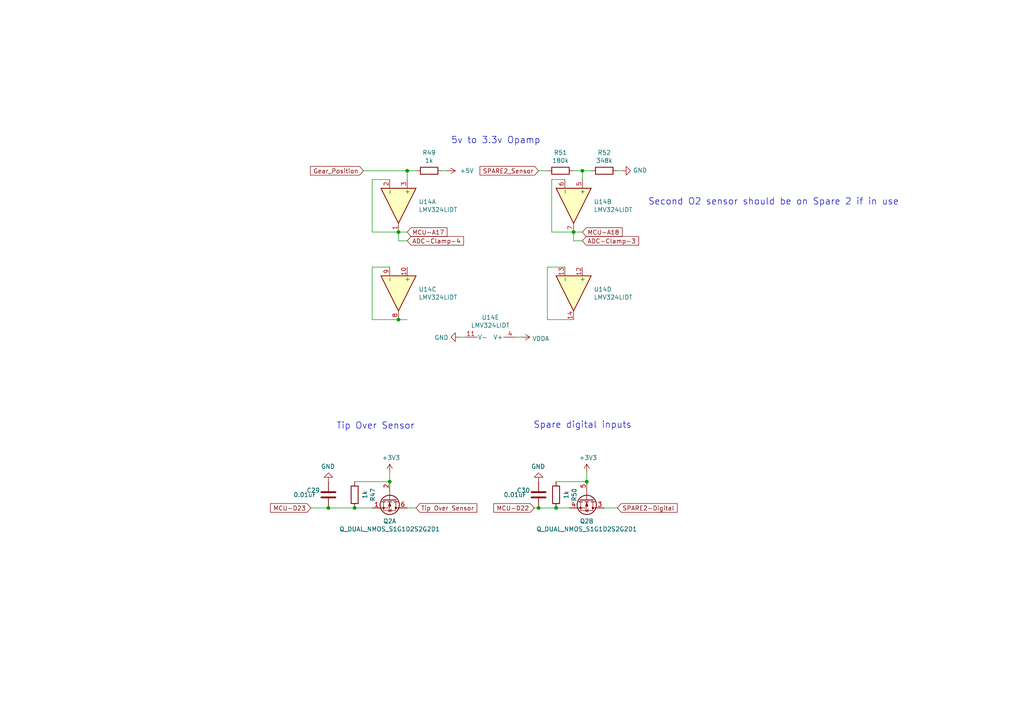
<source format=kicad_sch>
(kicad_sch (version 20250114) (generator "eeschema") (generator_version "9.0")
  (paper "A4")
  (lib_symbols
    (symbol "Amplifier_Operational:LMV324" (pin_names (offset 0.127))
      (property "Reference" "U" (at 0 5.08 0))
      (property "Value" "LMV324" (at 0 -5.08 0))
      (symbol "LMV324_1_1"
        (polyline (pts (xy -5.08 5.08) (xy 5.08 0) (xy -5.08 -5.08) (xy -5.08 5.08)) (stroke (width 0.254)) (fill (type background)))
        (pin input line (at -7.62 2.54 0) (length 2.54) (name "+") (number "3"))
        (pin input line (at -7.62 -2.54 0) (length 2.54) (name "-") (number "2"))
        (pin output line (at 7.62 0 180) (length 2.54) (name "~") (number "1"))
      )
      (symbol "LMV324_2_1"
        (polyline (pts (xy -5.08 5.08) (xy 5.08 0) (xy -5.08 -5.08) (xy -5.08 5.08)) (stroke (width 0.254)) (fill (type background)))
        (pin input line (at -7.62 2.54 0) (length 2.54) (name "+") (number "5"))
        (pin input line (at -7.62 -2.54 0) (length 2.54) (name "-") (number "6"))
        (pin output line (at 7.62 0 180) (length 2.54) (name "~") (number "7"))
      )
      (symbol "LMV324_3_1"
        (polyline (pts (xy -5.08 5.08) (xy 5.08 0) (xy -5.08 -5.08) (xy -5.08 5.08)) (stroke (width 0.254)) (fill (type background)))
        (pin input line (at -7.62 2.54 0) (length 2.54) (name "+") (number "10"))
        (pin input line (at -7.62 -2.54 0) (length 2.54) (name "-") (number "9"))
        (pin output line (at 7.62 0 180) (length 2.54) (name "~") (number "8"))
      )
      (symbol "LMV324_4_1"
        (polyline (pts (xy -5.08 5.08) (xy 5.08 0) (xy -5.08 -5.08) (xy -5.08 5.08)) (stroke (width 0.254)) (fill (type background)))
        (pin input line (at -7.62 2.54 0) (length 2.54) (name "+") (number "12"))
        (pin input line (at -7.62 -2.54 0) (length 2.54) (name "-") (number "13"))
        (pin output line (at 7.62 0 180) (length 2.54) (name "~") (number "14"))
      )
      (symbol "LMV324_5_1"
        (pin power_in line (at -2.54 7.62 270) (length 3.81) (name "V+") (number "4"))
        (pin power_in line (at -2.54 -7.62 90) (length 3.81) (name "V-") (number "11"))
      )
    )
    (symbol "Device:C" (pin_numbers (hide yes)) (pin_names (offset 0.254))
      (property "Reference" "C" (at 0.635 2.54 0))
      (property "Value" "C" (at 0.635 -2.54 0))
      (symbol "C_0_1"
        (polyline (pts (xy -2.032 0.762) (xy 2.032 0.762)) (stroke (width 0.508)))
        (polyline (pts (xy -2.032 -0.762) (xy 2.032 -0.762)) (stroke (width 0.508)))
      )
      (symbol "C_1_1"
        (pin passive line (at 0 3.81 270) (length 2.794) (name "~") (number "1"))
        (pin passive line (at 0 -3.81 90) (length 2.794) (name "~") (number "2"))
      )
    )
    (symbol "Device:Q_DUAL_NMOS_S1G1D2S2G2D1" (pin_names (offset 0) (hide yes))
      (property "Reference" "Q" (at 6.35 1.27 0))
      (property "Value" "Device_Q_DUAL_NMOS_S1G1D2S2G2D1" (at 19.05 -1.27 0))
      (symbol "Q_DUAL_NMOS_S1G1D2S2G2D1_0_1"
        (polyline (pts (xy 0.254 1.905) (xy 0.254 -1.905)) (stroke (width 0.254)))
        (polyline (pts (xy 0.254 0) (xy -2.54 0)))
        (polyline (pts (xy 0.762 2.286) (xy 0.762 1.27)) (stroke (width 0.254)))
        (polyline (pts (xy 0.762 0.508) (xy 0.762 -0.508)) (stroke (width 0.254)))
        (polyline (pts (xy 0.762 -1.27) (xy 0.762 -2.286)) (stroke (width 0.254)))
        (polyline (pts (xy 0.762 -1.778) (xy 3.302 -1.778) (xy 3.302 1.778) (xy 0.762 1.778)))
        (polyline (pts (xy 1.016 0) (xy 2.032 0.381) (xy 2.032 -0.381) (xy 1.016 0)) (fill (type outline)))
        (circle (center 1.651 0) (radius 2.794) (stroke (width 0.254)))
        (polyline (pts (xy 2.54 2.54) (xy 2.54 1.778)))
        (circle (center 2.54 1.778) (radius 0.254) (fill (type outline)))
        (circle (center 2.54 -1.778) (radius 0.254) (fill (type outline)))
        (polyline (pts (xy 2.54 -2.54) (xy 2.54 0) (xy 0.762 0)))
        (polyline (pts (xy 2.794 0.508) (xy 2.921 0.381) (xy 3.683 0.381) (xy 3.81 0.254)))
        (polyline (pts (xy 3.302 0.381) (xy 2.921 -0.254) (xy 3.683 -0.254) (xy 3.302 0.381)))
      )
      (symbol "Q_DUAL_NMOS_S1G1D2S2G2D1_1_1"
        (pin input line (at -5.08 0 0) (length 2.54) (name "G") (number "2"))
        (pin passive line (at 2.54 5.08 270) (length 2.54) (name "D") (number "6"))
        (pin passive line (at 2.54 -5.08 90) (length 2.54) (name "S") (number "1"))
      )
      (symbol "Q_DUAL_NMOS_S1G1D2S2G2D1_2_1"
        (pin input line (at -5.08 0 0) (length 2.54) (name "G") (number "5"))
        (pin passive line (at 2.54 5.08 270) (length 2.54) (name "D") (number "3"))
        (pin passive line (at 2.54 -5.08 90) (length 2.54) (name "S") (number "4"))
      )
    )
    (symbol "Device:R" (pin_numbers (hide yes)) (pin_names (offset 0))
      (property "Reference" "R" (at 2.032 0 90))
      (property "Value" "R" (at 0 0 90))
      (symbol "R_0_1"
        (rectangle (start -1.016 -2.54) (end 1.016 2.54) (stroke (width 0.254)))
      )
      (symbol "R_1_1"
        (pin passive line (at 0 3.81 270) (length 1.27) (name "~") (number "1"))
        (pin passive line (at 0 -3.81 90) (length 1.27) (name "~") (number "2"))
      )
    )
    (symbol "power:+3V3" (power) (pin_names (offset 0))
      (property "Value" "+3V3" (at 0 3.556 0))
      (symbol "+3V3_0_1"
        (polyline (pts (xy -0.762 1.27) (xy 0 2.54)))
        (polyline (pts (xy 0 2.54) (xy 0.762 1.27)))
        (polyline (pts (xy 0 0) (xy 0 2.54)))
      )
      (symbol "+3V3_1_1"
        (pin power_in line (at 0 0 90) (length 0) (hide yes) (name "+3V3") (number "1"))
      )
    )
    (symbol "power:+5V" (power) (pin_numbers (hide yes)) (pin_names (offset 0) (hide yes))
      (property "Value" "+5V" (at 0 3.556 0))
      (symbol "+5V_0_1"
        (polyline (pts (xy -0.762 1.27) (xy 0 2.54)))
        (polyline (pts (xy 0 2.54) (xy 0.762 1.27)))
        (polyline (pts (xy 0 0) (xy 0 2.54)))
      )
      (symbol "+5V_1_1"
        (pin power_in line (at 0 0 90) (length 0) (name "~") (number "1"))
      )
    )
    (symbol "power:GND" (power) (pin_names (offset 0))
      (property "Value" "GND" (at 0 -3.81 0))
      (symbol "GND_0_1"
        (polyline (pts (xy 0 0) (xy 0 -1.27) (xy 1.27 -1.27) (xy 0 -2.54) (xy -1.27 -1.27) (xy 0 -1.27)))
      )
      (symbol "GND_1_1"
        (pin power_in line (at 0 0 270) (length 0) (hide yes) (name "GND") (number "1"))
      )
    )
    (symbol "power:VDDA" (power) (pin_names (offset 0))
      (property "Value" "VDDA" (at 0 3.81 0))
      (symbol "VDDA_0_1"
        (polyline (pts (xy -0.762 1.27) (xy 0 2.54)))
        (polyline (pts (xy 0 2.54) (xy 0.762 1.27)))
        (polyline (pts (xy 0 0) (xy 0 2.54)))
      )
      (symbol "VDDA_1_1"
        (pin power_in line (at 0 0 90) (length 0) (hide yes) (name "VDDA") (number "1"))
      )
    )
  )
  (text "Spare digital inputs" (at 154.686 124.46 0) (effects (font (size 1.8796 1.8796)) (justify left bottom)))
  (text "Second O2 sensor should be on Spare 2 if in use" (at 187.96 59.69 0) (effects (font (size 1.8796 1.8796)) (justify left bottom)))
  (text "5v to 3.3v Opamp" (at 130.81 41.91 0) (effects (font (size 1.8796 1.8796)) (justify left bottom)))
  (text "Tip Over Sensor" (at 97.536 124.714 0) (effects (font (size 1.8796 1.8796)) (justify left bottom)))
  (junction (at 115.57 92.71))
  (junction (at 95.25 147.32))
  (junction (at 102.87 147.32))
  (junction (at 161.29 147.32))
  (junction (at 118.11 49.53))
  (junction (at 166.37 67.31))
  (junction (at 115.57 67.31))
  (junction (at 156.21 147.32))
  (junction (at 170.18 139.7))
  (junction (at 113.03 139.7))
  (junction (at 168.91 49.53))
  (wire (pts (xy 118.11 92.71) (xy 115.57 92.71)))
  (wire (pts (xy 105.41 49.53) (xy 118.11 49.53)))
  (wire (pts (xy 113.03 137.16) (xy 113.03 139.7)))
  (wire (pts (xy 118.11 69.85) (xy 115.57 69.85)))
  (wire (pts (xy 166.37 69.85) (xy 166.37 67.31)))
  (wire (pts (xy 168.91 49.53) (xy 171.45 49.53)))
  (wire (pts (xy 113.03 77.47) (xy 107.95 77.47)))
  (wire (pts (xy 118.11 67.31) (xy 115.57 67.31)))
  (wire (pts (xy 168.91 69.85) (xy 166.37 69.85)))
  (wire (pts (xy 160.02 67.31) (xy 166.37 67.31)))
  (wire (pts (xy 161.29 139.7) (xy 170.18 139.7)))
  (wire (pts (xy 154.94 147.32) (xy 156.21 147.32)))
  (wire (pts (xy 107.95 52.07) (xy 113.03 52.07)))
  (wire (pts (xy 180.34 49.53) (xy 179.07 49.53)))
  (wire (pts (xy 151.13 97.79) (xy 149.86 97.79)))
  (wire (pts (xy 170.18 137.16) (xy 170.18 139.7)))
  (wire (pts (xy 163.83 52.07) (xy 160.02 52.07)))
  (wire (pts (xy 107.95 92.71) (xy 115.57 92.71)))
  (wire (pts (xy 107.95 67.31) (xy 107.95 52.07)))
  (wire (pts (xy 133.35 97.79) (xy 134.62 97.79)))
  (wire (pts (xy 107.95 147.32) (xy 102.87 147.32)))
  (wire (pts (xy 95.25 147.32) (xy 90.17 147.32)))
  (wire (pts (xy 118.11 52.07) (xy 118.11 49.53)))
  (wire (pts (xy 118.11 49.53) (xy 120.65 49.53)))
  (wire (pts (xy 129.54 49.53) (xy 128.27 49.53)))
  (wire (pts (xy 120.65 147.32) (xy 118.11 147.32)))
  (wire (pts (xy 156.21 147.32) (xy 161.29 147.32)))
  (wire (pts (xy 168.91 67.31) (xy 166.37 67.31)))
  (wire (pts (xy 160.02 52.07) (xy 160.02 67.31)))
  (wire (pts (xy 115.57 67.31) (xy 107.95 67.31)))
  (wire (pts (xy 179.07 147.32) (xy 175.26 147.32)))
  (wire (pts (xy 115.57 69.85) (xy 115.57 67.31)))
  (wire (pts (xy 107.95 77.47) (xy 107.95 92.71)))
  (wire (pts (xy 102.87 139.7) (xy 113.03 139.7)))
  (wire (pts (xy 168.91 49.53) (xy 166.37 49.53)))
  (wire (pts (xy 158.75 77.47) (xy 158.75 92.71)))
  (wire (pts (xy 156.21 49.53) (xy 158.75 49.53)))
  (wire (pts (xy 168.91 52.07) (xy 168.91 49.53)))
  (wire (pts (xy 161.29 147.32) (xy 165.1 147.32)))
  (wire (pts (xy 163.83 77.47) (xy 158.75 77.47)))
  (wire (pts (xy 102.87 147.32) (xy 95.25 147.32)))
  (wire (pts (xy 158.75 92.71) (xy 166.37 92.71)))
  (global_label "MCU-D22" (shape input) (at 154.94 147.32 180) (property "Intersheetrefs" "${INTERSHEET_REFS}" (effects (hide yes))))
  (global_label "Gear_Position" (shape input) (at 105.41 49.53 180) (property "Intersheetrefs" "${INTERSHEET_REFS}" (effects (hide yes))))
  (global_label "ADC-Clamp-4" (shape input) (at 118.11 69.85 0) (property "Intersheetrefs" "${INTERSHEET_REFS}" (effects (hide yes))))
  (global_label "MCU-A17" (shape input) (at 118.11 67.31 0) (property "Intersheetrefs" "${INTERSHEET_REFS}" (effects (hide yes))))
  (global_label "MCU-A18" (shape input) (at 168.91 67.31 0) (property "Intersheetrefs" "${INTERSHEET_REFS}" (effects (hide yes))))
  (global_label "SPARE2_Sensor" (shape input) (at 156.21 49.53 180) (property "Intersheetrefs" "${INTERSHEET_REFS}" (effects (hide yes))))
  (global_label "Tip Over Sensor" (shape input) (at 120.65 147.32 0) (property "Intersheetrefs" "${INTERSHEET_REFS}" (effects (hide yes))))
  (global_label "SPARE2-Digital" (shape input) (at 179.07 147.32 0) (property "Intersheetrefs" "${INTERSHEET_REFS}" (effects (hide yes))))
  (global_label "ADC-Clamp-3" (shape input) (at 168.91 69.85 0) (property "Intersheetrefs" "${INTERSHEET_REFS}" (effects (hide yes))))
  (global_label "MCU-D23" (shape input) (at 90.17 147.32 180) (property "Intersheetrefs" "${INTERSHEET_REFS}" (effects (hide yes))))
  (symbol (lib_id "Device:R") (at 175.26 49.53 270) (unit 1)
    (property "Reference" "R52" (at 175.26 44.2722 90))
    (property "Value" "348k" (at 175.26 46.5836 90))
    (property "Footprint" "Resistor_SMD:R_0805_2012Metric" (effects (hide yes)))
    (property "Digikey Part Number" "P348KCDKR-ND" (effects (hide yes)))
    (property "Manufacturer_Name" "Panasonic" (effects (hide yes)))
    (property "Manufacturer_Part_Number" "ERJ-6ENF3483V" (effects (hide yes)))
    (property "URL" "https://www.digikey.com.au/product-detail/en/panasonic-electronic-components/ERJ-6ENF3483V/P348KCDKR-ND/576673" (effects (hide yes)))
  )
  (symbol (lib_id "Device:C") (at 156.21 143.51 0) (unit 1)
    (property "Reference" "C30" (at 149.86 142.24 0) (effects (justify left)))
    (property "Value" "0.01uF" (at 146.05 143.51 0) (effects (justify left)))
    (property "Footprint" "Capacitor_SMD:C_0805_2012Metric" (effects (hide yes)))
    (property "Digikey Part Number" "311-1136-1-ND" (effects (hide yes)))
    (property "Manufacturer_Name" "Yageo" (effects (hide yes)))
    (property "Manufacturer_Part_Number" "CC0805KRX7R9BB103" (effects (hide yes)))
    (property "URL" "https://www.digikey.com/product-detail/en/yageo/CC0805KRX7R9BB103/311-1136-1-ND/303046" (effects (hide yes)))
  )
  (symbol (lib_id "power:+3V3") (at 113.03 137.16 0) (unit 1)
    (property "Reference" "#PWR078" (effects (hide yes)))
    (property "Value" "+3V3" (at 113.411 132.7658 0))
  )
  (symbol (lib_id "Device:Q_DUAL_NMOS_S1G1D2S2G2D1") (at 113.03 144.78 270) (unit 1)
    (property "Reference" "Q2" (at 113.03 151.1554 90))
    (property "Value" "Q_DUAL_NMOS_S1G1D2S2G2D1" (at 113.03 153.4668 90))
    (property "Footprint" "Package_TO_SOT_SMD:SOT-363_SC-70-6" (effects (hide yes)))
    (property "Digikey Part Number" "NVJD5121NT1GOSCT-ND" (effects (hide yes)))
    (property "Manufacturer_Name" "ON Semi" (effects (hide yes)))
    (property "Manufacturer_Part_Number" "NVJD5121NT1G" (effects (hide yes)))
    (property "URL" "https://www.digikey.com.au/product-detail/en/on-semiconductor/NVJD5121NT1G/NVJD5121NT1GOSCT-ND/9087601" (effects (hide yes)))
  )
  (symbol (lib_id "Device:R") (at 161.29 143.51 180) (unit 1)
    (property "Reference" "R50" (at 166.5478 143.51 90))
    (property "Value" "1k" (at 164.2364 143.51 90))
    (property "Footprint" "Resistor_SMD:R_0805_2012Metric" (effects (hide yes)))
    (property "Digikey Part Number" "311-1.00KCRCT-ND" (effects (hide yes)))
    (property "Manufacturer_Name" "Yageo" (effects (hide yes)))
    (property "Manufacturer_Part_Number" "RC0805FR-071KL" (effects (hide yes)))
    (property "URL" "https://www.digikey.com/product-detail/en/yageo/RC0805FR-071KL/311-1.00KCRCT-ND/730391" (effects (hide yes)))
  )
  (symbol (lib_id "power:+5V") (at 129.54 49.53 270) (unit 1)
    (property "Reference" "#PWR08" (effects (hide yes)))
    (property "Value" "+5V" (at 133.35 49.5299 90) (effects (justify left)))
    (property "Description" "Power symbol creates a global label with name \"+5V\"" (effects (hide yes)))
  )
  (symbol (lib_id "power:GND") (at 156.21 139.7 180) (unit 1)
    (property "Reference" "#PWR082" (effects (hide yes)))
    (property "Value" "GND" (at 156.083 135.3058 0))
  )
  (symbol (lib_id "Amplifier_Operational:LMV324") (at 142.24 100.33 270) (unit 5)
    (property "Reference" "U14" (at 142.24 92.075 90))
    (property "Value" "LMV324LIDT" (at 142.24 94.3864 90))
    (property "Footprint" "Package_SO:SOIC-14_3.9x8.7mm_P1.27mm" (effects (hide yes)))
    (property "Datasheet" "http://www.ti.com/lit/ds/symlink/lmv324.pdf" (effects (hide yes)))
    (property "Digikey Part Number" "497-13052-1-ND" (effects (hide yes)))
    (property "Manufacturer_Name" "STMicroelectronics" (effects (hide yes)))
    (property "Manufacturer_Part_Number" "LMV324LIDT" (effects (hide yes)))
    (property "URL" "https://www.digikey.com.au/product-detail/en/stmicroelectronics/LMV324LIDT/497-13052-1-ND/3458219" (effects (hide yes)))
  )
  (symbol (lib_id "Device:R") (at 102.87 143.51 180) (unit 1)
    (property "Reference" "R47" (at 108.1278 143.51 90))
    (property "Value" "1k" (at 105.8164 143.51 90))
    (property "Footprint" "Resistor_SMD:R_0805_2012Metric" (effects (hide yes)))
    (property "Digikey Part Number" "311-1.00KCRCT-ND" (effects (hide yes)))
    (property "Manufacturer_Name" "Yageo" (effects (hide yes)))
    (property "Manufacturer_Part_Number" "RC0805FR-071KL" (effects (hide yes)))
    (property "URL" "https://www.digikey.com/product-detail/en/yageo/RC0805FR-071KL/311-1.00KCRCT-ND/730391" (effects (hide yes)))
  )
  (symbol (lib_id "Device:R") (at 124.46 49.53 270) (unit 1)
    (property "Reference" "R49" (at 124.46 44.2722 90))
    (property "Value" "1k" (at 124.46 46.5836 90))
    (property "Footprint" "Resistor_SMD:R_0805_2012Metric" (effects (hide yes)))
    (property "Digikey Part Number" "P348KCDKR-ND" (effects (hide yes)))
    (property "Manufacturer_Name" "Panasonic" (effects (hide yes)))
    (property "Manufacturer_Part_Number" "ERJ-6ENF3483V" (effects (hide yes)))
    (property "URL" "https://www.digikey.com.au/product-detail/en/panasonic-electronic-components/ERJ-6ENF3483V/P348KCDKR-ND/576673" (effects (hide yes)))
  )
  (symbol (lib_id "power:GND") (at 180.34 49.53 90) (unit 1)
    (property "Reference" "#PWR084" (effects (hide yes)))
    (property "Value" "GND" (at 183.5912 49.403 90) (effects (justify right)))
  )
  (symbol (lib_id "power:VDDA") (at 151.13 97.79 270) (unit 1)
    (property "Reference" "#PWR081" (effects (hide yes)))
    (property "Value" "VDDA" (at 154.3812 98.2218 90) (effects (justify left)))
  )
  (symbol (lib_id "power:GND") (at 133.35 97.79 270) (unit 1)
    (property "Reference" "#PWR080" (effects (hide yes)))
    (property "Value" "GND" (at 130.0988 97.917 90) (effects (justify right)))
  )
  (symbol (lib_id "Device:R") (at 162.56 49.53 270) (unit 1)
    (property "Reference" "R51" (at 162.56 44.2722 90))
    (property "Value" "180k" (at 162.56 46.5836 90))
    (property "Footprint" "Resistor_SMD:R_0805_2012Metric" (effects (hide yes)))
    (property "Digikey Part Number" "311-180KCRCT-ND" (effects (hide yes)))
    (property "Manufacturer_Name" "Yageo" (effects (hide yes)))
    (property "Manufacturer_Part_Number" "RC0805FR-07180KL" (effects (hide yes)))
    (property "URL" "https://www.digikey.com.au/product-detail/en/yageo/RC0805FR-07180KL/311-180KCRCT-ND/730597" (effects (hide yes)))
  )
  (symbol (lib_id "Device:C") (at 95.25 143.51 0) (unit 1)
    (property "Reference" "C29" (at 88.9 142.24 0) (effects (justify left)))
    (property "Value" "0.01uF" (at 85.09 143.51 0) (effects (justify left)))
    (property "Footprint" "Capacitor_SMD:C_0805_2012Metric" (effects (hide yes)))
    (property "Digikey Part Number" "311-1136-1-ND" (effects (hide yes)))
    (property "Manufacturer_Name" "Yageo" (effects (hide yes)))
    (property "Manufacturer_Part_Number" "CC0805KRX7R9BB103" (effects (hide yes)))
    (property "URL" "https://www.digikey.com/product-detail/en/yageo/CC0805KRX7R9BB103/311-1136-1-ND/303046" (effects (hide yes)))
  )
  (symbol (lib_id "Device:Q_DUAL_NMOS_S1G1D2S2G2D1") (at 170.18 144.78 270) (unit 2)
    (property "Reference" "Q2" (at 170.18 151.1554 90))
    (property "Value" "Q_DUAL_NMOS_S1G1D2S2G2D1" (at 170.18 153.4668 90))
    (property "Footprint" "Package_TO_SOT_SMD:SOT-363_SC-70-6" (effects (hide yes)))
    (property "Digikey Part Number" "NVJD5121NT1GOSCT-ND" (effects (hide yes)))
    (property "Manufacturer_Name" "ON Semi" (effects (hide yes)))
    (property "Manufacturer_Part_Number" "NVJD5121NT1G" (effects (hide yes)))
    (property "URL" "https://www.digikey.com.au/product-detail/en/on-semiconductor/NVJD5121NT1G/NVJD5121NT1GOSCT-ND/9087601" (effects (hide yes)))
  )
  (symbol (lib_id "Amplifier_Operational:LMV324") (at 166.37 59.69 270) (unit 2)
    (property "Reference" "U14" (at 172.212 58.5216 90) (effects (justify left)))
    (property "Value" "LMV324LIDT" (at 172.212 60.833 90) (effects (justify left)))
    (property "Footprint" "Package_SO:SOIC-14_3.9x8.7mm_P1.27mm" (effects (hide yes)))
    (property "Datasheet" "http://www.ti.com/lit/ds/symlink/lmv324.pdf" (effects (hide yes)))
    (property "Digikey Part Number" "497-13052-1-ND" (effects (hide yes)))
    (property "Manufacturer_Name" "STMicroelectronics" (effects (hide yes)))
    (property "Manufacturer_Part_Number" "LMV324LIDT" (effects (hide yes)))
    (property "URL" "https://www.digikey.com.au/product-detail/en/stmicroelectronics/LMV324LIDT/497-13052-1-ND/3458219" (effects (hide yes)))
  )
  (symbol (lib_id "Amplifier_Operational:LMV324") (at 115.57 85.09 270) (unit 3)
    (property "Reference" "U14" (at 121.412 83.9216 90) (effects (justify left)))
    (property "Value" "LMV324LIDT" (at 121.412 86.233 90) (effects (justify left)))
    (property "Footprint" "Package_SO:SOIC-14_3.9x8.7mm_P1.27mm" (effects (hide yes)))
    (property "Datasheet" "http://www.ti.com/lit/ds/symlink/lmv324.pdf" (effects (hide yes)))
    (property "Digikey Part Number" "497-13052-1-ND" (effects (hide yes)))
    (property "Manufacturer_Name" "STMicroelectronics" (effects (hide yes)))
    (property "Manufacturer_Part_Number" "LMV324LIDT" (effects (hide yes)))
    (property "URL" "https://www.digikey.com.au/product-detail/en/stmicroelectronics/LMV324LIDT/497-13052-1-ND/3458219" (effects (hide yes)))
  )
  (symbol (lib_id "Amplifier_Operational:LMV324") (at 115.57 59.69 270) (unit 1)
    (property "Reference" "U14" (at 121.412 58.5216 90) (effects (justify left)))
    (property "Value" "LMV324LIDT" (at 121.412 60.833 90) (effects (justify left)))
    (property "Footprint" "Package_SO:SOIC-14_3.9x8.7mm_P1.27mm" (effects (hide yes)))
    (property "Datasheet" "http://www.ti.com/lit/ds/symlink/lmv324.pdf" (effects (hide yes)))
    (property "Digikey Part Number" "497-13052-1-ND" (effects (hide yes)))
    (property "Manufacturer_Name" "STMicroelectronics" (effects (hide yes)))
    (property "Manufacturer_Part_Number" "LMV324LIDT" (effects (hide yes)))
    (property "URL" "https://www.digikey.com.au/product-detail/en/stmicroelectronics/LMV324LIDT/497-13052-1-ND/3458219" (effects (hide yes)))
  )
  (symbol (lib_id "power:+3V3") (at 170.18 137.16 0) (unit 1)
    (property "Reference" "#PWR083" (effects (hide yes)))
    (property "Value" "+3V3" (at 170.561 132.7658 0))
  )
  (symbol (lib_id "power:GND") (at 95.25 139.7 180) (unit 1)
    (property "Reference" "#PWR077" (effects (hide yes)))
    (property "Value" "GND" (at 95.123 135.3058 0))
  )
  (symbol (lib_id "Amplifier_Operational:LMV324") (at 166.37 85.09 270) (unit 4)
    (property "Reference" "U14" (at 172.212 83.9216 90) (effects (justify left)))
    (property "Value" "LMV324LIDT" (at 172.212 86.233 90) (effects (justify left)))
    (property "Footprint" "Package_SO:SOIC-14_3.9x8.7mm_P1.27mm" (effects (hide yes)))
    (property "Datasheet" "http://www.ti.com/lit/ds/symlink/lmv324.pdf" (effects (hide yes)))
    (property "Digikey Part Number" "497-13052-1-ND" (effects (hide yes)))
    (property "Manufacturer_Name" "STMicroelectronics" (effects (hide yes)))
    (property "Manufacturer_Part_Number" "LMV324LIDT" (effects (hide yes)))
    (property "URL" "https://www.digikey.com.au/product-detail/en/stmicroelectronics/LMV324LIDT/497-13052-1-ND/3458219" (effects (hide yes)))
  )
)
</source>
